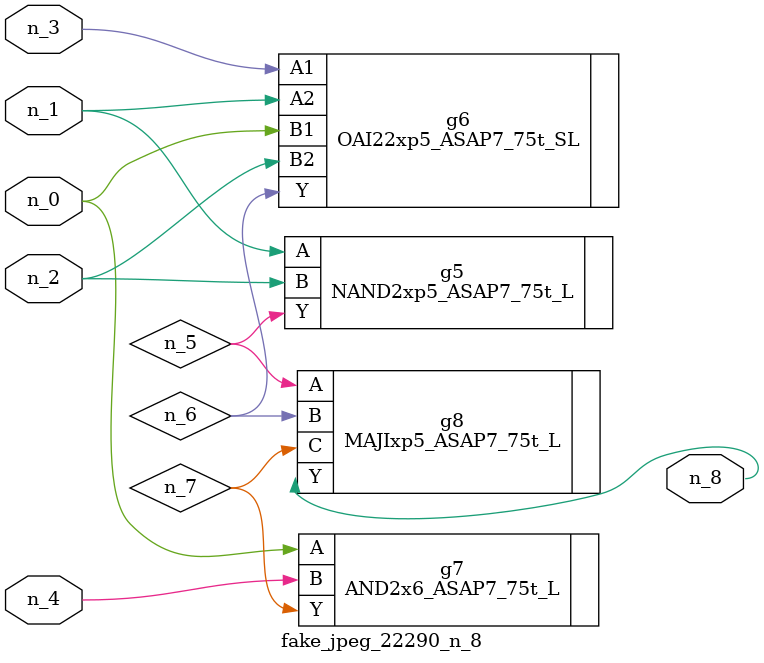
<source format=v>
module fake_jpeg_22290_n_8 (n_3, n_2, n_1, n_0, n_4, n_8);

input n_3;
input n_2;
input n_1;
input n_0;
input n_4;

output n_8;

wire n_6;
wire n_5;
wire n_7;

NAND2xp5_ASAP7_75t_L g5 ( 
.A(n_1),
.B(n_2),
.Y(n_5)
);

OAI22xp5_ASAP7_75t_SL g6 ( 
.A1(n_3),
.A2(n_1),
.B1(n_0),
.B2(n_2),
.Y(n_6)
);

AND2x6_ASAP7_75t_L g7 ( 
.A(n_0),
.B(n_4),
.Y(n_7)
);

MAJIxp5_ASAP7_75t_L g8 ( 
.A(n_5),
.B(n_6),
.C(n_7),
.Y(n_8)
);


endmodule
</source>
